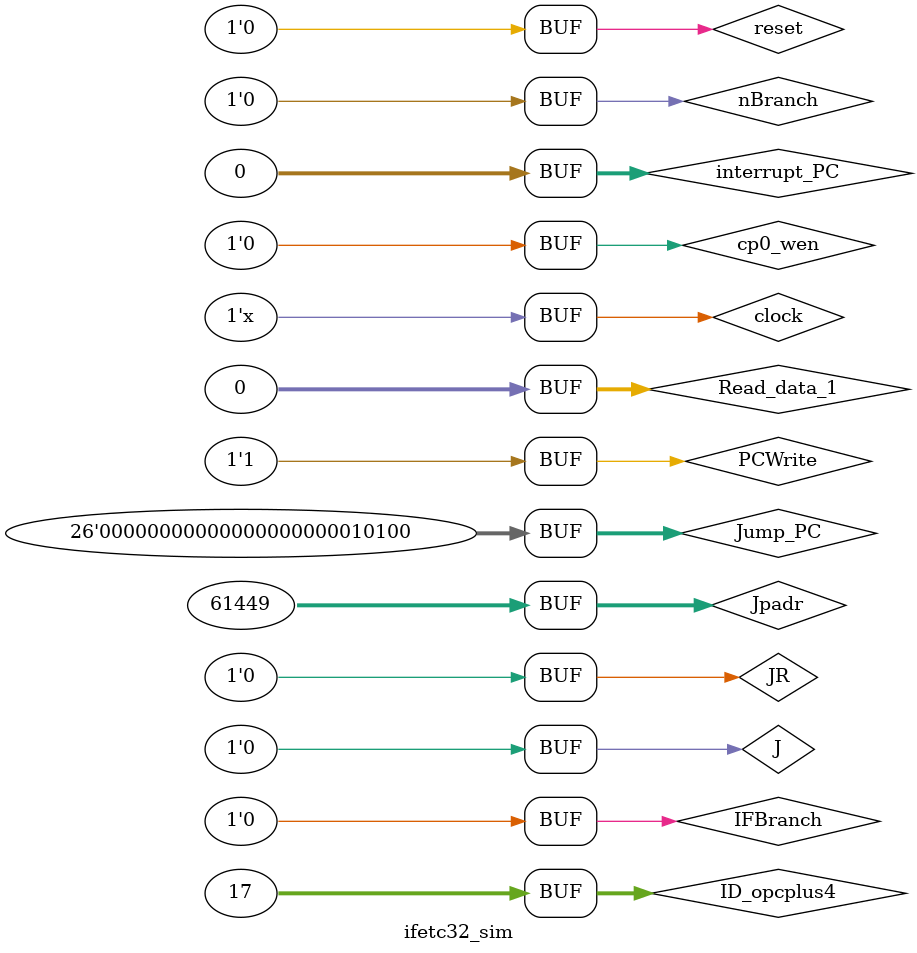
<source format=v>
`timescale 1ns / 1ps


module ifetc32_sim(

    );
    // input
    
//    reg[1:0]   Wpc = 2'b00;
//    reg        Wir = 1'b0;
    
    reg        reset = 1'b1;
    reg        PCWrite = 1'b0;
    reg        clock = 1'b0;
    
    reg   [25:0]  Jump_PC = 25'd0;              // À´×ÔID£¬Ö¸ÁîÖÐµÄaddress²¿·Ö, //((Zero-Extend) address<<2)
    reg   [31:0]  Read_data_1 = 32'h00000000;   // À´×ÔÒëÂëµ¥Ôª£¬jrÖ¸ÁîÓÃµÄµØÖ·
    reg           JR = 1'b0;
    reg           J = 1'b0;
    reg           IFBranch = 1'b0;
    reg           nBranch = 1'b0;
    reg   [31:0]  ID_opcplus4 = 32'h00000000;
    
    reg	   [31:0]  Jpadr=32'h00000000;		    // ´Ó³ÌÐòROMµ¥ÔªÖÐ»ñÈ¡µÄÖ¸Áî
    // ÖÐ¶ÏÏà¹Ø
    reg   [31:0]  interrupt_PC=32'h00000000;
    reg           cp0_wen=1'b0;

    // output
    wire  [31:0]  PC;  
    wire  [31:0]  opcplus4;            // jalÖ¸Áî×¨ÓÃµÄPC+4
    wire  [31:0]  Instruction;         // Êä³öÖ¸Áîµ½ÆäËûÄ£¿é
    // output  [31:0]  PC_plus_4_out,   // (pc+4)ËÍÖ´ÐÐµ¥Ôª
    // ROM Pinouts
    wire  [13:0]  rom_adr_o;           // ¸ø³ÌÐòROMµ¥ÔªµÄÈ¡Ö¸µØÖ·
        
    Ifetc32 Uifetch(
        .reset          (reset),
        .PCWrite        (PCWrite),
        .clock          (clock),
        .Jump_PC        (Jump_PC),
        .Read_data_1    (Read_data_1),
        .JR             (JR),
        .J              (J),
        .IFBranch       (IFBranch),
        .nBranch        (nBranch),
        .ID_opcplus4    (ID_opcplus4),
        .Jpadr          (Jpadr),
        .interrupt_PC   (interrupt_PC),
        .cp0_wen        (cp0_wen),
        
        .PC             (PC),
        .opcplus4       (opcplus4),
        .Instruction    (Instruction),
        .rom_adr_o      (rom_adr_o)
    );

    initial begin
        begin Jpadr=32'h00430820; PCWrite=1'b1; end                                             //add
        #100   reset = 1'b0;
        #50    begin  Jpadr=32'h1181ffff; nBranch=1'b1; ID_opcplus4=32'd2; end                  //beq
        #200   begin Jpadr=32'h01044022; nBranch=1'b0; end                                      //sub
        #100   begin Jpadr=32'h1500fffe; IFBranch=1'b1; end                                     //bne
        #100   begin Jpadr=32'h01044022; IFBranch=1'b0; end                                     //sub
        #100   begin Jpadr=32'h1500fffe; nBranch=1'b1; ID_opcplus4=32'd4; end                   //bne
        #100   begin Jpadr=32'h10210002; nBranch=1'b0; IFBranch=1'b1; end                       //beq
        #100   begin Jpadr=32'h04010001; IFBranch=1'b1; end                                     //bgez
        #100   begin Jpadr=32'h19200001; IFBranch=1'b0; nBranch=1'b1; ID_opcplus4=32'd10; end   //blez
        #100   begin Jpadr=32'h1d200001; nBranch=1'b0; IFBranch=1'b1; end                       //bgtz
        #100   begin Jpadr=32'h05800001; IFBranch=1'b0; nBranch=1'b1; ID_opcplus4=32'd13; end   //blez
        #100   begin Jpadr=32'h05910002; nBranch=1'b0; IFBranch=1'b1; end                       //bgezal
        #100   begin Jpadr=32'h05300003; IFBranch=1'b0; nBranch=1'b1; ID_opcplus4=32'd17; end   //blez
        #100   begin Jpadr=32'h08000014; nBranch=1'b0; J=1'b1; Jump_PC=32'h0000014; end         //j
        #100   begin Jpadr=32'h0000f009; J=1'b0; JR=1'b1; Read_data_1=32'd0; end                //jalr
        #100   JR=1'b0;
    end
    always #50 clock = ~clock;            
endmodule

</source>
